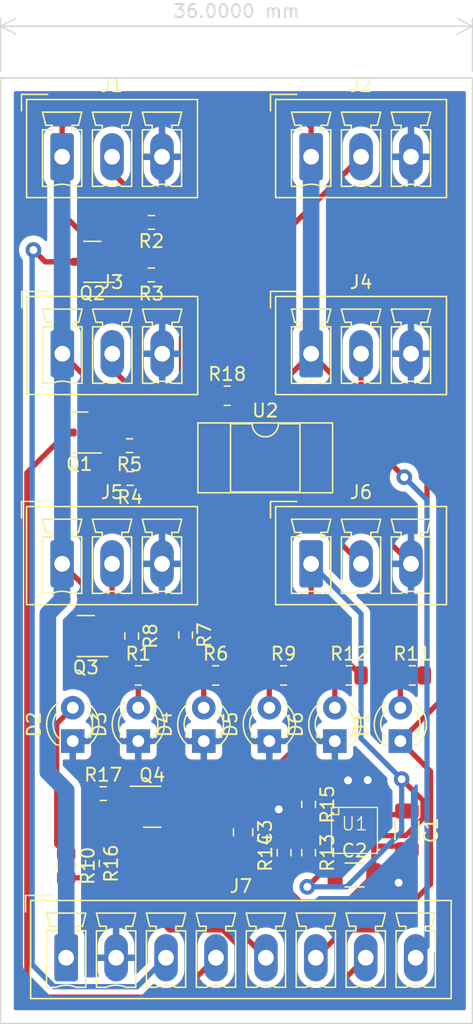
<source format=kicad_pcb>
(kicad_pcb (version 20221018) (generator pcbnew)
  (layers (0 "F.Cu" signal) (31 "B.Cu" signal) (34 "B.Paste" user) (35 "F.Paste" user) (36 "B.SilkS" user "B.Silkscreen") (37 "F.SilkS" user "F.Silkscreen") (38 "B.Mask" user) (39 "F.Mask" user) (44 "Edge.Cuts" user))
  (net 0 "")
  (net 1 "VDD")
  (net 2 "GND")
  (net 3 "Net-(D3-A)")
  (net 4 "Net-(D4-A)")
  (net 5 "Net-(D5-A)")
  (net 6 "/X_MASSO")
  (net 7 "/Y_MASSO")
  (net 8 "/Z_MASSO")
  (net 9 "Net-(Q1-B)")
  (net 10 "Net-(Q2-B)")
  (net 11 "Net-(Q3-B)")
  (net 12 "/X_OC")
  (net 13 "/Y_OC")
  (net 14 "/Z_OC")
  (net 15 "+5V")
  (net 16 "Net-(U1-SS)")
  (net 17 "/TOUCH_OUT")
  (net 18 "Net-(D1-A)")
  (net 19 "Net-(D6-A)")
  (net 20 "/SPINDLE_STOP_OC")
  (net 21 "/LASER_EN")
  (net 22 "Net-(U1-PG)")
  (net 23 "Net-(U1-FB)")
  (net 24 "Net-(U1-EN)")
  (net 25 "Net-(D2-A)")
  (net 26 "/LASER_ON_OC")
  (net 27 "Net-(Q4-G)")
  (net 28 "/SPINDLE_STOP")
  (net 29 "Net-(R18-Pad1)")
  (footprint "Resistor_SMD:R_0603_1608Metric" (layer "F.Cu") (at 131.5 83 180)
    (fp_text reference "R3" (at 0 -1.43 180) (layer "F.SilkS"))
    (fp_text value "1k")
    (pad "1" smd roundrect (at -0.825 0 180) (size 0.8 0.95) (layers "F.Cu" "F.Paste" "F.Mask") (net 12 "/X_OC"))
    (pad "2" smd roundrect (at 0.825 0 180) (size 0.8 0.95) (layers "F.Cu" "F.Paste" "F.Mask") (net 10 "Net-(Q2-B)"))
  )
  (footprint "Connector_Phoenix_MC:PhoenixContact_MCV_1,5_3-G-3.81_1x03_P3.81mm_Vertical" (layer "F.Cu") (at 124.69 105)
    (fp_text reference "J5" (at 3.81 -5.45) (layer "F.SilkS"))
    (fp_text value "Conn_01x03_Socket")
    (pad "1" thru_hole roundrect (at 0 0) (size 1.8 3.6) (drill 1.2) (layers "*.Cu" "*.Mask") (roundrect_rratio 0.138889) (net 1 "VDD"))
    (pad "2" thru_hole oval (at 3.81 0) (size 1.8 3.6) (drill 1.2) (layers "*.Cu" "*.Mask") (net 14 "/Z_OC"))
    (pad "3" thru_hole oval (at 7.62 0) (size 1.8 3.6) (drill 1.2) (layers "*.Cu" "*.Mask") (net 2 "GND"))
  )
  (footprint "LED_THT:LED_D3.0mm" (layer "F.Cu") (at 145.5 118.5 90)
    (fp_text reference "D6" (at 1.27 -2.96 90) (layer "F.SilkS"))
    (fp_text value "ORG")
    (pad "1" thru_hole rect (at 0 0 90) (size 1.8 1.8) (drill 0.9) (layers "*.Cu" "*.Mask") (net 2 "GND"))
    (pad "2" thru_hole circle (at 2.54 0 90) (size 1.8 1.8) (drill 0.9) (layers "*.Cu" "*.Mask") (net 19 "Net-(D6-A)"))
  )
  (footprint "Resistor_SMD:R_0603_1608Metric" (layer "F.Cu") (at 130 110.5 -90)
    (fp_text reference "R8" (at 0 -1.43 90) (layer "F.SilkS"))
    (fp_text value "1k")
    (pad "1" smd roundrect (at -0.825 0 270) (size 0.8 0.95) (layers "F.Cu" "F.Paste" "F.Mask") (net 14 "/Z_OC"))
    (pad "2" smd roundrect (at 0.825 0 270) (size 0.8 0.95) (layers "F.Cu" "F.Paste" "F.Mask") (net 11 "Net-(Q3-B)"))
  )
  (footprint "LED_THT:LED_D3.0mm" (layer "F.Cu") (at 130.5 118.5 90)
    (fp_text reference "D3" (at 1.27 -2.96 90) (layer "F.SilkS"))
    (fp_text value "GRN")
    (pad "1" thru_hole rect (at 0 0 90) (size 1.8 1.8) (drill 0.9) (layers "*.Cu" "*.Mask") (net 2 "GND"))
    (pad "2" thru_hole circle (at 2.54 0 90) (size 1.8 1.8) (drill 0.9) (layers "*.Cu" "*.Mask") (net 3 "Net-(D3-A)"))
  )
  (footprint "Capacitor_SMD:C_1206_3216Metric" (layer "F.Cu") (at 147 128.697)
    (fp_text reference "C2" (at 0 -1.85) (layer "F.SilkS"))
    (fp_text value "22u")
    (pad "1" smd roundrect (at -1.475 0) (size 1.15 1.8) (layers "F.Cu" "F.Paste" "F.Mask") (roundrect_rratio 0.217391) (net 15 "+5V"))
    (pad "2" smd roundrect (at 1.475 0) (size 1.15 1.8) (layers "F.Cu" "F.Paste" "F.Mask") (roundrect_rratio 0.217391) (net 2 "GND"))
  )
  (footprint "Package_DIP:DIP-4_W7.62mm_SMDSocket_SmallPads" (layer "F.Cu") (at 140.19 96.93)
    (fp_text reference "U2" (at 0 -3.6) (layer "F.SilkS"))
    (fp_text value "PC817")
    (pad "1" smd rect (at -3.81 -1.27) (size 1.6 1.6) (layers "F.Cu" "F.Paste" "F.Mask") (net 29 "Net-(R18-Pad1)"))
    (pad "2" smd rect (at -3.81 1.27) (size 1.6 1.6) (layers "F.Cu" "F.Paste" "F.Mask") (net 20 "/SPINDLE_STOP_OC"))
    (pad "3" smd rect (at 3.81 1.27) (size 1.6 1.6) (layers "F.Cu" "F.Paste" "F.Mask") (net 2 "GND"))
    (pad "4" smd rect (at 3.81 -1.27) (size 1.6 1.6) (layers "F.Cu" "F.Paste" "F.Mask") (net 28 "/SPINDLE_STOP"))
  )
  (footprint "Resistor_SMD:R_0603_1608Metric" (layer "F.Cu") (at 131.5 79 180)
    (fp_text reference "R2" (at 0 -1.43 180) (layer "F.SilkS"))
    (fp_text value "10k")
    (pad "1" smd roundrect (at -0.825 0 180) (size 0.8 0.95) (layers "F.Cu" "F.Paste" "F.Mask") (net 12 "/X_OC"))
    (pad "2" smd roundrect (at 0.825 0 180) (size 0.8 0.95) (layers "F.Cu" "F.Paste" "F.Mask") (net 1 "VDD"))
  )
  (footprint "Resistor_SMD:R_0805_2012Metric" (layer "F.Cu") (at 136.4125 113.5)
    (fp_text reference "R6" (at 0 -1.65) (layer "F.SilkS"))
    (fp_text value "10k")
    (pad "1" smd roundrect (at -0.9125 0) (size 1.025 1.4) (layers "F.Cu" "F.Paste" "F.Mask") (roundrect_rratio 0.243902) (net 4 "Net-(D4-A)"))
    (pad "2" smd roundrect (at 0.9125 0) (size 1.025 1.4) (layers "F.Cu" "F.Paste" "F.Mask") (roundrect_rratio 0.243902) (net 1 "VDD"))
  )
  (footprint "Resistor_SMD:R_0805_2012Metric" (layer "F.Cu") (at 141.5875 113.5)
    (fp_text reference "R9" (at 0 -1.65) (layer "F.SilkS"))
    (fp_text value "10k")
    (pad "1" smd roundrect (at -0.9125 0) (size 1.025 1.4) (layers "F.Cu" "F.Paste" "F.Mask") (roundrect_rratio 0.243902) (net 5 "Net-(D5-A)"))
    (pad "2" smd roundrect (at 0.9125 0) (size 1.025 1.4) (layers "F.Cu" "F.Paste" "F.Mask") (roundrect_rratio 0.243902) (net 1 "VDD"))
  )
  (footprint "Resistor_SMD:R_0805_2012Metric" (layer "F.Cu") (at 130.5 113.5)
    (fp_text reference "R1" (at 0 -1.65) (layer "F.SilkS"))
    (fp_text value "10k")
    (pad "1" smd roundrect (at -0.9125 0) (size 1.025 1.4) (layers "F.Cu" "F.Paste" "F.Mask") (roundrect_rratio 0.243902) (net 3 "Net-(D3-A)"))
    (pad "2" smd roundrect (at 0.9125 0) (size 1.025 1.4) (layers "F.Cu" "F.Paste" "F.Mask") (roundrect_rratio 0.243902) (net 1 "VDD"))
  )
  (footprint "Resistor_SMD:R_0805_2012Metric" (layer "F.Cu") (at 146.5875 113.5)
    (fp_text reference "R12" (at 0 -1.65) (layer "F.SilkS"))
    (fp_text value "3k3")
    (pad "1" smd roundrect (at -0.9125 0) (size 1.025 1.4) (layers "F.Cu" "F.Paste" "F.Mask") (roundrect_rratio 0.243902) (net 19 "Net-(D6-A)"))
    (pad "2" smd roundrect (at 0.9125 0) (size 1.025 1.4) (layers "F.Cu" "F.Paste" "F.Mask") (roundrect_rratio 0.243902) (net 15 "+5V"))
  )
  (footprint "LED_THT:LED_D3.0mm" (layer "F.Cu") (at 140.5 118.5 90)
    (fp_text reference "D5" (at 1.27 -2.96 90) (layer "F.SilkS"))
    (fp_text value "GRN")
    (pad "1" thru_hole rect (at 0 0 90) (size 1.8 1.8) (drill 0.9) (layers "*.Cu" "*.Mask") (net 2 "GND"))
    (pad "2" thru_hole circle (at 2.54 0 90) (size 1.8 1.8) (drill 0.9) (layers "*.Cu" "*.Mask") (net 5 "Net-(D5-A)"))
  )
  (footprint "Resistor_SMD:R_0603_1608Metric" (layer "F.Cu") (at 143.5 123.325 -90)
    (fp_text reference "R15" (at 0 -1.43 -90) (layer "F.SilkS"))
    (fp_text value "44k2")
    (pad "1" smd roundrect (at -0.825 0 270) (size 0.8 0.95) (layers "F.Cu" "F.Paste" "F.Mask") (net 2 "GND"))
    (pad "2" smd roundrect (at 0.825 0 270) (size 0.8 0.95) (layers "F.Cu" "F.Paste" "F.Mask") (net 23 "Net-(U1-FB)"))
  )
  (footprint "Connector_Phoenix_MC:PhoenixContact_MCV_1,5_3-G-3.81_1x03_P3.81mm_Vertical" (layer "F.Cu") (at 143.69 105)
    (fp_text reference "J6" (at 3.81 -5.45) (layer "F.SilkS"))
    (fp_text value "Conn_01x03_Socket")
    (pad "1" thru_hole roundrect (at 0 0) (size 1.8 3.6) (drill 1.2) (layers "*.Cu" "*.Mask") (roundrect_rratio 0.138889) (net 15 "+5V"))
    (pad "2" thru_hole oval (at 3.81 0) (size 1.8 3.6) (drill 1.2) (layers "*.Cu" "*.Mask") (net 21 "/LASER_EN"))
    (pad "3" thru_hole oval (at 7.62 0) (size 1.8 3.6) (drill 1.2) (layers "*.Cu" "*.Mask") (net 2 "GND"))
  )
  (footprint "LED_THT:LED_D3.0mm" (layer "F.Cu") (at 150.5 118.5 90)
    (fp_text reference "D1" (at 1.27 -2.96 90) (layer "F.SilkS"))
    (fp_text value "RED")
    (pad "1" thru_hole rect (at 0 0 90) (size 1.8 1.8) (drill 0.9) (layers "*.Cu" "*.Mask") (net 17 "/TOUCH_OUT"))
    (pad "2" thru_hole circle (at 2.54 0 90) (size 1.8 1.8) (drill 0.9) (layers "*.Cu" "*.Mask") (net 18 "Net-(D1-A)"))
  )
  (footprint "Resistor_SMD:R_0603_1608Metric" (layer "F.Cu") (at 143.5 127 -90)
    (fp_text reference "R13" (at 0 -1.43 -90) (layer "F.SilkS"))
    (fp_text value "10k")
    (pad "1" smd roundrect (at -0.825 0 270) (size 0.8 0.95) (layers "F.Cu" "F.Paste" "F.Mask") (net 22 "Net-(U1-PG)"))
    (pad "2" smd roundrect (at 0.825 0 270) (size 0.8 0.95) (layers "F.Cu" "F.Paste" "F.Mask") (net 15 "+5V"))
  )
  (footprint "Resistor_SMD:R_0603_1608Metric" (layer "F.Cu") (at 127 127.825 -90)
    (fp_text reference "R16" (at 0 -1.43 90) (layer "F.SilkS"))
    (fp_text value "10k")
    (pad "1" smd roundrect (at -0.825 0 270) (size 0.8 0.95) (layers "F.Cu" "F.Paste" "F.Mask") (net 26 "/LASER_ON_OC"))
    (pad "2" smd roundrect (at 0.825 0 270) (size 0.8 0.95) (layers "F.Cu" "F.Paste" "F.Mask") (net 1 "VDD"))
  )
  (footprint "Resistor_SMD:R_0805_2012Metric" (layer "F.Cu") (at 137.2875 92.2)
    (fp_text reference "R18" (at 0 -1.65) (layer "F.SilkS"))
    (fp_text value "10k")
    (pad "1" smd roundrect (at -0.9125 0) (size 1.025 1.4) (layers "F.Cu" "F.Paste" "F.Mask") (roundrect_rratio 0.243902) (net 29 "Net-(R18-Pad1)"))
    (pad "2" smd roundrect (at 0.9125 0) (size 1.025 1.4) (layers "F.Cu" "F.Paste" "F.Mask") (roundrect_rratio 0.243902) (net 1 "VDD"))
  )
  (footprint "Resistor_SMD:R_0603_1608Metric" (layer "F.Cu") (at 141.63045 127 90)
    (fp_text reference "R14" (at 0 -1.43 90) (layer "F.SilkS"))
    (fp_text value "232k")
    (pad "1" smd roundrect (at -0.825 0 90) (size 0.8 0.95) (layers "F.Cu" "F.Paste" "F.Mask") (net 15 "+5V"))
    (pad "2" smd roundrect (at 0.825 0 90) (size 0.8 0.95) (layers "F.Cu" "F.Paste" "F.Mask") (net 23 "Net-(U1-FB)"))
  )
  (footprint "Connector_Phoenix_MC:PhoenixContact_MCV_1,5_3-G-3.81_1x03_P3.81mm_Vertical" (layer "F.Cu") (at 124.69 74)
    (fp_text reference "J1" (at 3.81 -5.45) (layer "F.SilkS"))
    (fp_text value "Conn_01x03_Socket")
    (pad "1" thru_hole roundrect (at 0 0) (size 1.8 3.6) (drill 1.2) (layers "*.Cu" "*.Mask") (roundrect_rratio 0.138889) (net 1 "VDD"))
    (pad "2" thru_hole oval (at 3.81 0) (size 1.8 3.6) (drill 1.2) (layers "*.Cu" "*.Mask") (net 12 "/X_OC"))
    (pad "3" thru_hole oval (at 7.62 0) (size 1.8 3.6) (drill 1.2) (layers "*.Cu" "*.Mask") (net 2 "GND"))
  )
  (footprint "Package_TO_SOT_SMD:SOT-23" (layer "F.Cu") (at 126.5 110.5 180)
    (fp_text reference "Q3" (at 0 -2.4) (layer "F.SilkS"))
    (fp_text value "BC858")
    (pad "1" smd roundrect (at -0.9375 -0.95 180) (size 1.475 0.6) (layers "F.Cu" "F.Paste" "F.Mask") (net 11 "Net-(Q3-B)"))
    (pad "2" smd roundrect (at -0.9375 0.95 180) (size 1.475 0.6) (layers "F.Cu" "F.Paste" "F.Mask") (net 1 "VDD"))
    (pad "3" smd roundrect (at 0.9375 0 180) (size 1.475 0.6) (layers "F.Cu" "F.Paste" "F.Mask") (net 8 "/Z_MASSO"))
  )
  (footprint "Package_TO_SOT_SMD:SOT-23" (layer "F.Cu") (at 126 95 180)
    (fp_text reference "Q1" (at 0 -2.4) (layer "F.SilkS"))
    (fp_text value "BC858")
    (pad "1" smd roundrect (at -0.9375 -0.95 180) (size 1.475 0.6) (layers "F.Cu" "F.Paste" "F.Mask") (net 9 "Net-(Q1-B)"))
    (pad "2" smd roundrect (at -0.9375 0.95 180) (size 1.475 0.6) (layers "F.Cu" "F.Paste" "F.Mask") (net 1 "VDD"))
    (pad "3" smd roundrect (at 0.9375 0 180) (size 1.475 0.6) (layers "F.Cu" "F.Paste" "F.Mask") (net 7 "/Y_MASSO"))
  )
  (footprint "Connector_Phoenix_MC:PhoenixContact_MCV_1,5_3-G-3.81_1x03_P3.81mm_Vertical" (layer "F.Cu") (at 143.69 89)
    (fp_text reference "J4" (at 3.81 -5.45) (layer "F.SilkS"))
    (fp_text value "Conn_01x03_Socket")
    (pad "1" thru_hole roundrect (at 0 0) (size 1.8 3.6) (drill 1.2) (layers "*.Cu" "*.Mask") (roundrect_rratio 0.138889) (net 1 "VDD"))
    (pad "2" thru_hole oval (at 3.81 0) (size 1.8 3.6) (drill 1.2) (layers "*.Cu" "*.Mask") (net 17 "/TOUCH_OUT"))
    (pad "3" thru_hole oval (at 7.62 0) (size 1.8 3.6) (drill 1.2) (layers "*.Cu" "*.Mask") (net 2 "GND"))
  )
  (footprint "cncpatch:MicroSiP" (layer "F.Cu") (at 147 125.3)
    (fp_text reference "U1" (at 0 -0.5 unlocked) (layer "F.SilkS") (effects (font (thickness 0.1))))
    (fp_text value "~")
    (pad "1" smd roundrect (at -1.475 -1.2) (size 0.45 0.4) (layers "F.Cu" "F.Paste" "F.Mask") (net 16 "Net-(U1-SS)"))
    (pad "2" smd roundrect (at -1.475 -0.4) (size 0.45 0.4) (layers "F.Cu" "F.Paste" "F.Mask") (net 23 "Net-(U1-FB)"))
    (pad "3" smd roundrect (at -1.475 0.4) (size 0.45 0.4) (layers "F.Cu" "F.Paste" "F.Mask") (net 22 "Net-(U1-PG)"))
    (pad "4" smd roundrect (at -1.475 1.2) (size 0.45 0.4) (layers "F.Cu" "F.Paste" "F.Mask") (net 15 "+5V"))
    (pad "5" smd roundrect (at 1.475 1.2) (size 0.45 0.4) (layers "F.Cu" "F.Paste" "F.Mask") (net 2 "GND"))
    (pad "6" smd roundrect (at 1.475 0.4) (size 0.45 0.4) (layers "F.Cu" "F.Paste" "F.Mask") (net 15 "+5V"))
    (pad "7" smd roundrect (at 1.475 -0.4) (size 0.45 0.4) (layers "F.Cu" "F.Paste" "F.Mask") (net 24 "Net-(U1-EN)"))
    (pad "8" smd roundrect (at 1.475 -1.2) (size 0.45 0.4) (layers "F.Cu" "F.Paste" "F.Mask") (net 24 "Net-(U1-EN)"))
    (pad "9" smd rect (at -0.55 -0.525) (size 0.7 0.85) (layers "F.Cu" "F.Paste" "F.Mask") (net 2 "GND"))
    (pad "9" smd rect (at -0.55 0.525) (size 0.7 0.85) (layers "F.Cu" "F.Paste" "F.Mask") (net 2 "GND"))
    (pad "9" smd rect (at 0.55 -0.525) (size 0.7 0.85) (layers "F.Cu" "F.Paste" "F.Mask") (net 2 "GND"))
    (pad "9" smd rect (at 0.55 0.525) (size 0.7 0.85) (layers "F.Cu" "F.Paste" "F.Mask") (net 2 "GND"))
  )
  (footprint "Resistor_SMD:R_0805_2012Metric" (layer "F.Cu") (at 125 128 -90)
    (fp_text reference "R10" (at 0 -1.65 90) (layer "F.SilkS"))
    (fp_text value "10k")
    (pad "1" smd roundrect (at -0.9125 0 270) (size 1.025 1.4) (layers "F.Cu" "F.Paste" "F.Mask") (roundrect_rratio 0.243902) (net 25 "Net-(D2-A)"))
    (pad "2" smd roundrect (at 0.9125 0 270) (size 1.025 1.4) (layers "F.Cu" "F.Paste" "F.Mask") (roundrect_rratio 0.243902) (net 1 "VDD"))
  )
  (footprint "Resistor_SMD:R_0603_1608Metric" (layer "F.Cu") (at 129.825 96 180)
    (fp_text reference "R5" (at 0 -1.43 180) (layer "F.SilkS"))
    (fp_text value "1k")
    (pad "1" smd roundrect (at -0.825 0 180) (size 0.8 0.95) (layers "F.Cu" "F.Paste" "F.Mask") (net 13 "/Y_OC"))
    (pad "2" smd roundrect (at 0.825 0 180) (size 0.8 0.95) (layers "F.Cu" "F.Paste" "F.Mask") (net 9 "Net-(Q1-B)"))
  )
  (footprint "Capacitor_SMD:C_1206_3216Metric" (layer "F.Cu") (at 151 125.3 -90)
    (fp_text reference "C1" (at 0 -1.85 90) (layer "F.SilkS"))
    (fp_text value "22u")
    (pad "1" smd roundrect (at -1.475 0 270) (size 1.15 1.8) (layers "F.Cu" "F.Paste" "F.Mask") (roundrect_rratio 0.217391) (net 24 "Net-(U1-EN)"))
    (pad "2" smd roundrect (at 1.475 0 270) (size 1.15 1.8) (layers "F.Cu" "F.Paste" "F.Mask") (roundrect_rratio 0.217391) (net 2 "GND"))
  )
  (footprint "Package_TO_SOT_SMD:SOT-23" (layer "F.Cu") (at 131.5625 123.5)
    (fp_text reference "Q4" (at 0 -2.4) (layer "F.SilkS"))
    (fp_text value "AO3401A")
    (pad "1" smd roundrect (at -0.9375 -0.95) (size 1.475 0.6) (layers "F.Cu" "F.Paste" "F.Mask") (net 27 "Net-(Q4-G)"))
    (pad "2" smd roundrect (at -0.9375 0.95) (size 1.475 0.6) (layers "F.Cu" "F.Paste" "F.Mask") (net 15 "+5V"))
    (pad "3" smd roundrect (at 0.9375 0) (size 1.475 0.6) (layers "F.Cu" "F.Paste" "F.Mask") (net 21 "/LASER_EN"))
  )
  (footprint "Connector_Phoenix_MC:PhoenixContact_MCV_1,5_3-G-3.81_1x03_P3.81mm_Vertical" (layer "F.Cu") (at 124.7075 89)
    (fp_text reference "J3" (at 3.81 -5.45) (layer "F.SilkS"))
    (fp_text value "Conn_01x03_Socket")
    (pad "1" thru_hole roundrect (at 0 0) (size 1.8 3.6) (drill 1.2) (layers "*.Cu" "*.Mask") (roundrect_rratio 0.138889) (net 1 "VDD"))
    (pad "2" thru_hole oval (at 3.81 0) (size 1.8 3.6) (drill 1.2) (layers "*.Cu" "*.Mask") (net 13 "/Y_OC"))
    (pad "3" thru_hole oval (at 7.62 0) (size 1.8 3.6) (drill 1.2) (layers "*.Cu" "*.Mask") (net 2 "GND"))
  )
  (footprint "Capacitor_SMD:C_0805_2012Metric" (layer "F.Cu") (at 138.5 125.4458 -90)
    (fp_text reference "C3" (at 0 -1.68 90) (layer "F.SilkS"))
    (fp_text value "3n3")
    (pad "1" smd roundrect (at -0.95 0 270) (size 1 1.45) (layers "F.Cu" "F.Paste" "F.Mask") (net 16 "Net-(U1-SS)"))
    (pad "2" smd roundrect (at 0.95 0 270) (size 1 1.45) (layers "F.Cu" "F.Paste" "F.Mask") (net 2 "GND"))
  )
  (footprint "Resistor_SMD:R_0805_2012Metric" (layer "F.Cu") (at 151.4125 113.5)
    (fp_text reference "R11" (at 0 -1.65) (layer "F.SilkS"))
    (fp_text value "10k")
    (pad "1" smd roundrect (at -0.9125 0) (size 1.025 1.4) (layers "F.Cu" "F.Paste" "F.Mask") (roundrect_rratio 0.243902) (net 18 "Net-(D1-A)"))
    (pad "2" smd roundrect (at 0.9125 0) (size 1.025 1.4) (layers "F.Cu" "F.Paste" "F.Mask") (roundrect_rratio 0.243902) (net 1 "VDD"))
  )
  (footprint "Connector_Phoenix_MC:PhoenixContact_MCV_1,5_8-G-3.81_1x08_P3.81mm_Vertical" (layer "F.Cu") (at 125 135)
    (fp_text reference "J7" (at 13.33 -5.45) (layer "F.SilkS"))
    (fp_text value "Conn_01x08_Socket")
    (pad "1" thru_hole roundrect (at 0 0) (size 1.8 3.6) (drill 1.2) (layers "*.Cu" "*.Mask") (roundrect_rratio 0.138889) (net 1 "VDD"))
    (pad "2" thru_hole oval (at 3.81 0) (size 1.8 3.6) (drill 1.2) (layers "*.Cu" "*.Mask") (net 2 "GND"))
    (pad "3" thru_hole oval (at 7.62 0) (size 1.8 3.6) (drill 1.2) (layers "*.Cu" "*.Mask") (net 6 "/X_MASSO"))
    (pad "4" thru_hole oval (at 11.43 0) (size 1.8 3.6) (drill 1.2) (layers "*.Cu" "*.Mask") (net 7 "/Y_MASSO"))
    (pad "5" thru_hole oval (at 15.24 0) (size 1.8 3.6) (drill 1.2) (layers "*.Cu" "*.Mask") (net 8 "/Z_MASSO"))
    (pad "6" thru_hole oval (at 19.05 0) (size 1.8 3.6) (drill 1.2) (layers "*.Cu" "*.Mask") (net 17 "/TOUCH_OUT"))
    (pad "7" thru_hole oval (at 22.86 0) (size 1.8 3.6) (drill 1.2) (layers "*.Cu" "*.Mask") (net 26 "/LASER_ON_OC"))
    (pad "8" thru_hole oval (at 26.67 0) (size 1.8 3.6) (drill 1.2) (layers "*.Cu" "*.Mask") (net 28 "/SPINDLE_STOP"))
  )
  (footprint "Connector_Phoenix_MC:PhoenixContact_MCV_1,5_3-G-3.81_1x03_P3.81mm_Vertical" (layer "F.Cu") (at 143.69 74)
    (fp_text reference "J2" (at 3.81 -5.45) (layer "F.SilkS"))
    (fp_text value "Conn_01x03_Socket")
    (pad "1" thru_hole roundrect (at 0 0) (size 1.8 3.6) (drill 1.2) (layers "*.Cu" "*.Mask") (roundrect_rratio 0.138889) (net 1 "VDD"))
    (pad "2" thru_hole oval (at 3.81 0) (size 1.8 3.6) (drill 1.2) (layers "*.Cu" "*.Mask") (net 20 "/SPINDLE_STOP_OC"))
    (pad "3" thru_hole oval (at 7.62 0) (size 1.8 3.6) (drill 1.2) (layers "*.Cu" "*.Mask") (net 2 "GND"))
  )
  (footprint "LED_THT:LED_D3.0mm" (layer "F.Cu") (at 135.5 118.5 90)
    (fp_text reference "D4" (at 1.27 -2.96 90) (layer "F.SilkS"))
    (fp_text value "GRN")
    (pad "1" thru_hole rect (at 0 0 90) (size 1.8 1.8) (drill 0.9) (layers "*.Cu" "*.Mask") (net 2 "GND"))
    (pad "2" thru_hole circle (at 2.54 0 90) (size 1.8 1.8) (drill 0.9) (layers "*.Cu" "*.Mask") (net 4 "Net-(D4-A)"))
  )
  (footprint "LED_THT:LED_D3.0mm" (layer "F.Cu") (at 125.5 118.5 90)
    (fp_text reference "D2" (at 1.27 -2.96 90) (layer "F.SilkS"))
    (fp_text value "LED")
    (pad "1" thru_hole rect (at 0 0 90) (size 1.8 1.8) (drill 0.9) (layers "*.Cu" "*.Mask") (net 2 "GND"))
    (pad "2" thru_hole circle (at 2.54 0 90) (size 1.8 1.8) (drill 0.9) (layers "*.Cu" "*.Mask") (net 25 "Net-(D2-A)"))
  )
  (footprint "Resistor_SMD:R_0603_1608Metric" (layer "F.Cu") (at 127.825 122.5)
    (fp_text reference "R17" (at 0 -1.43) (layer "F.SilkS"))
    (fp_text value "22")
    (pad "1" smd roundrect (at -0.825 0) (size 0.8 0.95) (layers "F.Cu" "F.Paste" "F.Mask") (net 26 "/LASER_ON_OC"))
    (pad "2" smd roundrect (at 0.825 0) (size 0.8 0.95) (layers "F.Cu" "F.Paste" "F.Mask") (net 27 "Net-(Q4-G)"))
  )
  (footprint "Resistor_SMD:R_0603_1608Metric" (layer "F.Cu") (at 134.112 110.427 -90)
    (fp_text reference "R7" (at 0 -1.43 90) (layer "F.SilkS"))
    (fp_text value "10k")
    (pad "1" smd roundrect (at -0.825 0 270) (size 0.8 0.95) (layers "F.Cu" "F.Paste" "F.Mask") (net 14 "/Z_OC"))
    (pad "2" smd roundrect (at 0.825 0 270) (size 0.8 0.95) (layers "F.Cu" "F.Paste" "F.Mask") (net 1 "VDD"))
  )
  (footprint "Package_TO_SOT_SMD:SOT-23" (layer "F.Cu") (at 127 82 180)
    (fp_text reference "Q2" (at 0 -2.4) (layer "F.SilkS"))
    (fp_text value "BC858")
    (pad "1" smd roundrect (at -0.9375 -0.95 180) (size 1.475 0.6) (layers "F.Cu" "F.Paste" "F.Mask") (net 10 "Net-(Q2-B)"))
    (pad "2" smd roundrect (at -0.9375 0.95 180) (size 1.475 0.6) (layers "F.Cu" "F.Paste" "F.Mask") (net 1 "VDD"))
    (pad "3" smd roundrect (at 0.9375 0 180) (size 1.475 0.6) (layers "F.Cu" "F.Paste" "F.Mask") (net 6 "/X_MASSO"))
  )
  (footprint "Resistor_SMD:R_0603_1608Metric" (layer "F.Cu") (at 129.875 98.5 180)
    (fp_text reference "R4" (at 0 -1.43) (layer "F.SilkS"))
    (fp_text value "10k")
    (pad "1" smd roundrect (at -0.825 0 180) (size 0.8 0.95) (layers "F.Cu" "F.Paste" "F.Mask") (net 13 "/Y_OC"))
    (pad "2" smd roundrect (at 0.825 0 180) (size 0.8 0.95) (layers "F.Cu" "F.Paste" "F.Mask") (net 1 "VDD"))
  )
  (gr_rect (start 120 68) (end 156 140) (stroke (width 0.1)) (fill none) (layer "Edge.Cuts"))
  (dimension (type aligned) (layer "Edge.Cuts") (pts (xy 120 68) (xy 156 68)) (height -3.9412) (gr_text "1417,3228 mils" (at 138 62.9088) (layer "Edge.Cuts") (effects (font (size 1 1) (thickness 0.15)))) (format (prefix "") (suffix "") (units 3) (units_format 1) (precision 4)) (style (thickness 0.1) (arrow_length 1.27) (text_position_mode 0) (extension_height 0.58642) (extension_offset 0.5) keep_text_aligned))
  (segment (start 127.4375 107.7475) (end 124.69 105) (width 0.4) (layer "F.Cu") (net 1))
  (segment (start 152.325 113.5) (end 152.535 113.29) (width 0.4) (layer "F.Cu") (net 1))
  (segment (start 124.69 71.71) (end 126.1 70.3) (width 0.4) (layer "F.Cu") (net 1))
  (segment (start 131.4125 110.6595) (end 131.572 110.5) (width 0.4064) (layer "F.Cu") (net 1))
  (segment (start 131.572 110.5) (end 131.5 110.5) (width 0.4064) (layer "F.Cu") (net 1))
  (segment (start 142.5 113.5) (end 142.5 111.512) (width 0.4064) (layer "F.Cu") (net 1))
  (segment (start 128.3875 110.5) (end 131.5 110.5) (width 0.4) (layer "F.Cu") (net 1))
  (segment (start 124.69 74) (end 124.69 78.293249) (width 0.4) (layer "F.Cu") (net 1))
  (segment (start 142.24 111.252) (end 137.16 111.252) (width 0.4064) (layer "F.Cu") (net 1))
  (segment (start 126.7375 128.9125) (end 127 128.65) (width 0.4) (layer "F.Cu") (net 1))
  (segment (start 130.675 79) (end 129.9875 79) (width 0.4) (layer "F.Cu") (net 1))
  (segment (start 137.325 111.417) (end 137.16 111.252) (width 0.4064) (layer "F.Cu") (net 1))
  (segment (start 125 128.9125) (end 126.7375 128.9125) (width 0.4) (layer "F.Cu") (net 1))
  (segment (start 142.225 70.3) (end 143.69 71.765) (width 0.4) (layer "F.Cu") (net 1))
  (segment (start 133.36 110.5) (end 131.572 110.5) (width 0.4064) (layer "F.Cu") (net 1))
  (segment (start 137.325 113.5) (end 137.325 111.417) (width 0.4064) (layer "F.Cu") (net 1))
  (segment (start 126.9375 94.05) (end 126.9375 91.23) (width 0.4) (layer "F.Cu") (net 1))
  (segment (start 142.5 111.512) (end 142.24 111.252) (width 0.4064) (layer "F.Cu") (net 1))
  (segment (start 127.4375 109.55) (end 128.3875 110.5) (width 0.4) (layer "F.Cu") (net 1))
  (segment (start 131.4125 113.5) (end 131.4125 110.6595) (width 0.4064) (layer "F.Cu") (net 1))
  (segment (start 124.69 78.293249) (end 127.446751 81.05) (width 0.4) (layer "F.Cu") (net 1))
  (segment (start 140.49 92.2) (end 143.69 89) (width 0.4) (layer "F.Cu") (net 1))
  (segment (start 134.112 111.252) (end 133.36 110.5) (width 0.4064) (layer "F.Cu") (net 1))
  (segment (start 152.535 113.29) (end 152.535 97.845) (width 0.4) (layer "F.Cu") (net 1))
  (segment (start 143.69 71.765) (end 143.69 74) (width 0.4) (layer "F.Cu") (net 1))
  (segment (start 137.16 111.252) (end 134.112 111.252) (width 0.4064) (layer "F.Cu") (net 1))
  (segment (start 127.446751 81.05) (end 127.9375 81.05) (width 0.4) (layer "F.Cu") (net 1))
  (segment (start 124.69 74) (end 124.69 71.71) (width 0.4) (layer "F.Cu") (net 1))
  (segment (start 129.9875 79) (end 127.9375 81.05) (width 0.4) (layer "F.Cu") (net 1))
  (segment (start 138.2 92.2) (end 140.49 92.2) (width 0.4) (layer "F.Cu") (net 1))
  (segment (start 127.4375 109.55) (end 127.4375 107.7475) (width 0.4) (layer "F.Cu") (net 1))
  (segment (start 126.9375 91.23) (end 124.7075 89) (width 0.4) (layer "F.Cu") (net 1))
  (segment (start 126.1 70.3) (end 142.225 70.3) (width 1.27) (layer "F.Cu") (net 1))
  (segment (start 152.535 97.845) (end 143.69 89) (width 0.4) (layer "F.Cu") (net 1))
  (segment (start 125 135) (end 125 128.9125) (width 0.4) (layer "F.Cu") (net 1))
  (segment (start 125 122.25) (end 123.6 120.85) (width 1.27) (layer "B.Cu") (net 1))
  (segment (start 124.675 105.015) (end 124.69 105) (width 1.27) (layer "B.Cu") (net 1))
  (segment (start 124.69 88.9825) (end 124.7075 89) (width 0.4) (layer "B.Cu") (net 1))
  (segment (start 124.7 107.7) (end 124.675 107.675) (width 1.27) (layer "B.Cu") (net 1))
  (segment (start 123.6 108.8) (end 124.7 107.7) (width 1.27) (layer "B.Cu") (net 1))
  (segment (start 143.69 74) (end 143.69 89) (width 1.27) (layer "B.Cu") (net 1))
  (segment (start 124.69 74) (end 124.69 88.9825) (width 1.27) (layer "B.Cu") (net 1))
  (segment (start 124.69 105) (end 124.69 104.2675) (width 0.4) (layer "B.Cu") (net 1))
  (segment (start 124.7075 89) (end 124.7075 104.25) (width 1.27) (layer "B.Cu") (net 1))
  (segment (start 125 135) (end 125 122.25) (width 1.27) (layer "B.Cu") (net 1))
  (segment (start 124.675 107.675) (end 124.675 105.015) (width 1.27) (layer "B.Cu") (net 1))
  (segment (start 124.69 104.2675) (end 124.7075 104.25) (width 0.4) (layer "B.Cu") (net 1))
  (segment (start 123.6 120.85) (end 123.6 108.8) (width 1.27) (layer "B.Cu") (net 1))
  (segment (start 150.368 129.286) (end 151 128.654) (width 0.4) (layer "F.Cu") (net 2))
  (segment (start 142.422 122.5) (end 141.224 123.698) (width 0.4064) (layer "F.Cu") (net 2))
  (segment (start 146.45 125.825) (end 146.45 124.775) (width 0.4) (layer "F.Cu") (net 2))
  (segment (start 148.475 126.5) (end 150.725 126.5) (width 0.4) (layer "F.Cu") (net 2))
  (segment (start 147.55 124.775) (end 147.55 125.825) (width 0.4) (layer "F.Cu") (net 2))
  (segment (start 146.45 124.775) (end 146.45 121.55) (width 0.4) (layer "F.Cu") (net 2))
  (segment (start 146.45 121.55) (end 146.51 121.49) (width 0.4) (layer "F.Cu") (net 2))
  (segment (start 151 128.654) (end 151 126.775) (width 0.4) (layer "F.Cu") (net 2))
  (segment (start 148.475 126.5) (end 148.475 128.697) (width 0.4) (layer "F.Cu") (net 2))
  (segment (start 146.45 124.775) (end 147.55 124.775) (width 0.4) (layer "F.Cu") (net 2))
  (segment (start 144.51 98.2) (end 151.31 105) (width 0.4) (layer "F.Cu") (net 2))
  (segment (start 142.8542 130.75) (end 146.422 130.75) (width 0.4) (layer "F.Cu") (net 2))
  (segment (start 147.55 125.825) (end 146.45 125.825) (width 0.4) (layer "F.Cu") (net 2))
  (segment (start 146.422 130.75) (end 148.475 128.697) (width 0.4) (layer "F.Cu") (net 2))
  (segment (start 144 98.2) (end 144.51 98.2) (width 0.4) (layer "F.Cu") (net 2))
  (segment (start 147.55 121.93) (end 148.01 121.47) (width 0.4) (layer "F.Cu") (net 2))
  (segment (start 147.55 124.775) (end 147.55 121.93) (width 0.4) (layer "F.Cu") (net 2))
  (segment (start 138.5 126.3958) (end 142.8542 130.75) (width 0.4) (layer "F.Cu") (net 2))
  (segment (start 150.725 126.5) (end 151 126.775) (width 0.4) (layer "F.Cu") (net 2))
  (segment (start 143.5 122.5) (end 142.422 122.5) (width 0.4064) (layer "F.Cu") (net 2))
  (via (at 141.224 123.698) (size 1.2) (drill 0.6) (layers "F.Cu" "B.Cu") (net 2))
  (via (at 148.01 121.47) (size 1.2) (drill 0.6) (layers "F.Cu" "B.Cu") (net 2))
  (via (at 150.368 129.286) (size 1.2) (drill 0.6) (layers "F.Cu" "B.Cu") (net 2))
  (via (at 146.51 121.49) (size 1.2) (drill 0.6) (layers "F.Cu" "B.Cu") (net 2))
  (segment (start 130.5 115.96) (end 130.5 114.4125) (width 0.4) (layer "F.Cu") (net 3))
  (segment (start 130.5 114.4125) (end 129.5875 113.5) (width 0.4) (layer "F.Cu") (net 3))
  (segment (start 135.5 115.96) (end 135.5 113.5) (width 0.4) (layer "F.Cu") (net 4))
  (segment (start 140.5 113.675) (end 140.675 113.5) (width 0.4) (layer "F.Cu") (net 5))
  (segment (start 140.5 115.96) (end 140.5 113.675) (width 0.4) (layer "F.Cu") (net 5))
  (segment (start 126.0625 82) (end 123.4 82) (width 0.4064) (layer "F.Cu") (net 6))
  (segment (start 123.4 82) (end 122.5 81.1) (width 0.4064) (layer "F.Cu") (net 6))
  (via (at 122.5 81.1) (size 1.2) (drill 0.6) (layers "F.Cu" "B.Cu") (net 6))
  (segment (start 130.4168 137.2032) (end 124.079436 137.2032) (width 0.4064) (layer "B.Cu") (net 6))
  (segment (start 124.079436 137.2032) (end 122.4 135.523764) (width 0.4064) (layer "B.Cu") (net 6))
  (segment (start 132.62 135) (end 130.4168 137.2032) (width 0.4064) (layer "B.Cu") (net 6))
  (segment (start 122.4 135.523764) (end 122.4 81.2) (width 0.4064) (layer "B.Cu") (net 6))
  (segment (start 122.4 81.2) (end 122.5 81.1) (width 0.4064) (layer "B.Cu") (net 6))
  (segment (start 133.43 138) (end 136.43 135) (width 0.4) (layer "F.Cu") (net 7))
  (segment (start 122.5 138) (end 133.43 138) (width 0.4) (layer "F.Cu") (net 7))
  (segment (start 122 137.5) (end 122.5 138) (width 0.4) (layer "F.Cu") (net 7))
  (segment (start 125.0625 95) (end 122 98.0625) (width 0.4) (layer "F.Cu") (net 7))
  (segment (start 122 98.0625) (end 122 137.5) (width 0.4) (layer "F.Cu") (net 7))
  (segment (start 125.5625 110.5) (end 125.5625 113.0625) (width 0.4) (layer "F.Cu") (net 8))
  (segment (start 135.925 132.425) (end 137.665 132.425) (width 0.4) (layer "F.Cu") (net 8))
  (segment (start 125.5625 113.0625) (end 127.925 115.425) (width 0.4) (layer "F.Cu") (net 8))
  (segment (start 127.925 115.425) (end 127.925 124.425) (width 0.4) (layer "F.Cu") (net 8))
  (segment (start 127.925 124.425) (end 135.925 132.425) (width 0.4) (layer "F.Cu") (net 8))
  (segment (start 137.665 132.425) (end 140.24 135) (width 0.4) (layer "F.Cu") (net 8))
  (segment (start 129 96) (end 126.9875 96) (width 0.4) (layer "F.Cu") (net 9))
  (segment (start 126.9875 96) (end 126.9375 95.95) (width 0.4) (layer "F.Cu") (net 9))
  (segment (start 127.9875 83) (end 127.9375 82.95) (width 0.4) (layer "F.Cu") (net 10))
  (segment (start 130.675 83) (end 127.9875 83) (width 0.4) (layer "F.Cu") (net 10))
  (segment (start 127.4375 111.45) (end 129.875 111.45) (width 0.4) (layer "F.Cu") (net 11))
  (segment (start 129.875 111.45) (end 130 111.325) (width 0.4) (layer "F.Cu") (net 11))
  (segment (start 128.5 74) (end 128.5 75.175) (width 0.4) (layer "F.Cu") (net 12))
  (segment (start 128.5 75.175) (end 132.325 79) (width 0.4) (layer "F.Cu") (net 12))
  (segment (start 132.325 83) (end 132.325 79) (width 0.4) (layer "F.Cu") (net 12))
  (segment (start 130.65 92.3) (end 128.5175 90.1675) (width 0.4) (layer "F.Cu") (net 13))
  (segment (start 130.65 96) (end 130.65 98.45) (width 0.4) (layer "F.Cu") (net 13))
  (segment (start 128.5175 90.1675) (end 128.5175 89) (width 0.4) (layer "F.Cu") (net 13))
  (segment (start 130.65 96) (end 130.65 92.3) (width 0.4) (layer "F.Cu") (net 13))
  (segment (start 130.65 98.45) (end 130.7 98.5) (width 0.4) (layer "F.Cu") (net 13))
  (segment (start 130.893 109.602) (end 130.82 109.675) (width 0.4064) (layer "F.Cu") (net 14))
  (segment (start 130.82 109.675) (end 130 109.675) (width 0.4) (layer "F.Cu") (net 14))
  (segment (start 128.5 105) (end 128.5 108.175) (width 0.4) (layer "F.Cu") (net 14))
  (segment (start 134.112 109.602) (end 130.893 109.602) (width 0.4064) (layer "F.Cu") (net 14))
  (segment (start 128.5 108.175) (end 130 109.675) (width 0.4) (layer "F.Cu") (net 14))
  (segment (start 145.525 128.697) (end 145.525 126.5) (width 0.4) (layer "F.Cu") (net 15))
  (segment (start 150.6 121.4) (end 152.225 123.025) (width 0.4) (layer "F.Cu") (net 15))
  (segment (start 152.225 123.025) (end 152.225 124.388173) (width 0.4) (layer "F.Cu") (net 15))
  (segment (start 150.913173 125.7) (end 148.475 125.7) (width 0.4) (layer "F.Cu") (net 15))
  (segment (start 131.7458 125.5708) (end 139.37625 125.5708) (width 0.4) (layer "F.Cu") (net 15))
  (segment (start 143.5 127.825) (end 144.653 127.825) (width 0.4) (layer "F.Cu") (net 15))
  (segment (start 141.63045 127.825) (end 143.5 127.825) (width 0.4) (layer "F.Cu") (net 15))
  (segment (start 152.225 124.388173) (end 150.913173 125.7) (width 0.4) (layer "F.Cu") (net 15))
  (segment (start 130.625 124.45) (end 131.7458 125.5708) (width 0.4) (layer "F.Cu") (net 15))
  (segment (start 139.37625 125.5708) (end 141.63045 127.825) (width 0.4) (layer "F.Cu") (net 15))
  (segment (start 144.303 128.697) (end 143.4 129.6) (width 0.4) (layer "F.Cu") (net 15))
  (segment (start 143.69 109.69) (end 147.5 113.5) (width 0.4) (layer "F.Cu") (net 15))
  (segment (start 144.653 127.825) (end 145.525 128.697) (width 0.4) (layer "F.Cu") (net 15))
  (segment (start 143.69 105) (end 143.69 109.69) (width 0.4) (layer "F.Cu") (net 15))
  (segment (start 145.525 128.697) (end 144.303 128.697) (width 0.4) (layer "F.Cu") (net 15))
  (via (at 143.4 129.6) (size 1.2) (drill 0.6) (layers "F.Cu" "B.Cu") (net 15))
  (via (at 150.6 121.4) (size 1.2) (drill 0.6) (layers "F.Cu" "B.Cu") (net 15))
  (segment (start 146.4 129.6) (end 143.4 129.6) (width 0.4) (layer "B.Cu") (net 15))
  (segment (start 150.6 125.4) (end 146.4 129.6) (width 0.4) (layer "B.Cu") (net 15))
  (segment (start 150.6 121.4) (end 150.6 125.4) (width 0.4) (layer "B.Cu") (net 15))
  (segment (start 150.6 121.4) (end 147.5 118.3) (width 0.4) (layer "B.Cu") (net 15))
  (segment (start 147.5 108.81) (end 143.69 105) (width 0.4) (layer "B.Cu") (net 15))
  (segment (start 147.5 118.3) (end 147.5 108.81) (width 0.4) (layer "B.Cu") (net 15))
  (segment (start 145.525 122.665) (end 144.018 121.158) (width 0.4) (layer "F.Cu") (net 16))
  (segment (start 144.018 121.158) (end 141.8378 121.158) (width 0.4) (layer "F.Cu") (net 16))
  (segment (start 145.525 124.1) (end 145.525 122.665) (width 0.4) (layer "F.Cu") (net 16))
  (segment (start 141.8378 121.158) (end 138.5 124.4958) (width 0.4) (layer "F.Cu") (net 16))
  (segment (start 147.5 91.5) (end 154 98) (width 0.4) (layer "F.Cu") (net 17))
  (segment (start 147.5 89) (end 147.5 91.5) (width 0.4) (layer "F.Cu") (net 17))
  (segment (start 144.05 135) (end 146.175 132.875) (width 0.4) (layer "F.Cu") (net 17))
  (segment (start 154 98) (end 154 115) (width 0.4) (layer "F.Cu") (net 17))
  (segment (start 149.325 132.875) (end 152.8 129.4) (width 0.4) (layer "F.Cu") (net 17))
  (segment (start 152.8 120.8) (end 150.5 118.5) (width 0.4) (layer "F.Cu") (net 17))
  (segment (start 154 115) (end 150.5 118.5) (width 0.4) (layer "F.Cu") (net 17))
  (segment (start 152.8 129.4) (end 152.8 120.8) (width 0.4) (layer "F.Cu") (net 17))
  (segment (start 146.175 132.875) (end 149.325 132.875) (width 0.4) (layer "F.Cu") (net 17))
  (segment (start 150.5 115.96) (end 150.5 113.5) (width 0.4) (layer "F.Cu") (net 18))
  (segment (start 145.5 115.96) (end 145.5 113.675) (width 0.4) (layer "F.Cu") (net 19))
  (segment (start 145.5 113.675) (end 145.675 113.5) (width 0.4) (layer "F.Cu") (net 19))
  (segment (start 133.8 87.7) (end 147.5 74) (width 0.4) (layer "F.Cu") (net 20))
  (segment (start 133.8 95.62) (end 133.8 87.7) (width 0.4) (layer "F.Cu") (net 20))
  (segment (start 136.38 98.2) (end 133.8 95.62) (width 0.4) (layer "F.Cu") (net 20))
  (segment (start 138 123.5) (end 143.3375 118.1625) (width 0.4) (layer "F.Cu") (net 21))
  (segment (start 145 102.5) (end 147.5 105) (width 0.4) (layer "F.Cu") (net 21))
  (segment (start 141 102.5) (end 145 102.5) (width 0.4) (layer "F.Cu") (net 21))
  (segment (start 132.5 123.5) (end 138 123.5) (width 0.4) (layer "F.Cu") (net 21))
  (segment (start 143.3375 118.1625) (end 143.3375 110.056104) (width 0.4) (layer "F.Cu") (net 21))
  (segment (start 143.3375 110.056104) (end 141 107.718604) (width 0.4) (layer "F.Cu") (net 21))
  (segment (start 141 107.718604) (end 141 102.5) (width 0.4) (layer "F.Cu") (net 21))
  (segment (start 143.975 125.7) (end 145.525 125.7) (width 0.4) (layer "F.Cu") (net 22))
  (segment (start 143.5 126.175) (end 143.975 125.7) (width 0.4) (layer "F.Cu") (net 22))
  (segment (start 141.63045 126.01955) (end 143.5 124.15) (width 0.4) (layer "F.Cu") (net 23))
  (segment (start 143.5 124.15) (end 144.25 124.9) (width 0.4) (layer "F.Cu") (net 23))
  (segment (start 141.63045 126.175) (end 141.63045 126.01955) (width 0.4) (layer "F.Cu") (net 23))
  (segment (start 144.25 124.9) (end 145.525 124.9) (width 0.4) (layer "F.Cu") (net 23))
  (segment (start 150.725 124.1) (end 151 123.825) (width 0.4) (layer "F.Cu") (net 24))
  (segment (start 148.475 124.1) (end 150.725 124.1) (width 0.4) (layer "F.Cu") (net 24))
  (segment (start 148.475 124.9) (end 148.475 124.1) (width 0.4) (layer "F.Cu") (net 24))
  (segment (start 124.275 117.185) (end 124.275 126.3625) (width 0.4) (layer "F.Cu") (net 25))
  (segment (start 125.5 115.96) (end 124.275 117.185) (width 0.4) (layer "F.Cu") (net 25))
  (segment (start 124.275 126.3625) (end 125 127.0875) (width 0.4) (layer "F.Cu") (net 25))
  (segment (start 138.4 137.2) (end 139 137.8) (width 0.4) (layer "F.Cu") (net 26))
  (segment (start 132.875 132.875) (end 136.937412 132.875) (width 0.4) (layer "F.Cu") (net 26))
  (segment (start 145.06 137.8) (end 147.86 135) (width 0.4) (layer "F.Cu") (net 26))
  (segment (start 138.4 134.337588) (end 138.4 137.2) (width 0.4) (layer "F.Cu") (net 26))
  (segment (start 127 127) (end 127 122.5) (width 0.4) (layer "F.Cu") (net 26))
  (segment (start 136.937412 132.875) (end 138.4 134.337588) (width 0.4) (layer "F.Cu") (net 26))
  (segment (start 139 137.8) (end 145.06 137.8) (width 0.4) (layer "F.Cu") (net 26))
  (segment (start 127 127) (end 132.875 132.875) (width 0.4) (layer "F.Cu") (net 26))
  (segment (start 130.575 122.5) (end 130.625 122.55) (width 0.4) (layer "F.Cu") (net 27))
  (segment (start 128.65 122.5) (end 130.575 122.5) (width 0.4) (layer "F.Cu") (net 27))
  (segment (start 144 95.66) (end 148.06 95.66) (width 0.4) (layer "F.Cu") (net 28))
  (segment (start 148.06 95.66) (end 150.8 98.4) (width 0.4) (layer "F.Cu") (net 28))
  (via (at 150.8 98.4) (size 1.2) (drill 0.6) (layers "F.Cu" "B.Cu") (net 28))
  (segment (start 150.8 98.4) (end 152.535 100.135) (width 0.4) (layer "B.Cu") (net 28))
  (segment (start 152.535 100.135) (end 152.535 134.135) (width 0.4) (layer "B.Cu") (net 28))
  (segment (start 152.535 134.135) (end 151.67 135) (width 0.4) (layer "B.Cu") (net 28))
  (segment (start 136.38 92.205) (end 136.375 92.2) (width 0.4) (layer "F.Cu") (net 29))
  (segment (start 136.38 95.66) (end 136.38 92.205) (width 0.4) (layer "F.Cu") (net 29))
  (zone (net 2) (net_name "GND") (layer "B.Cu") (connect_pads (clearance 0.5)) (min_thickness 0.25) (fill yes (thermal_gap 0.5) (thermal_bridge_width 0.5))
    (polygon (pts (xy 121 139) (xy 155.5 139) (xy 155.5 69) (xy 121 69)))
  )
)
</source>
